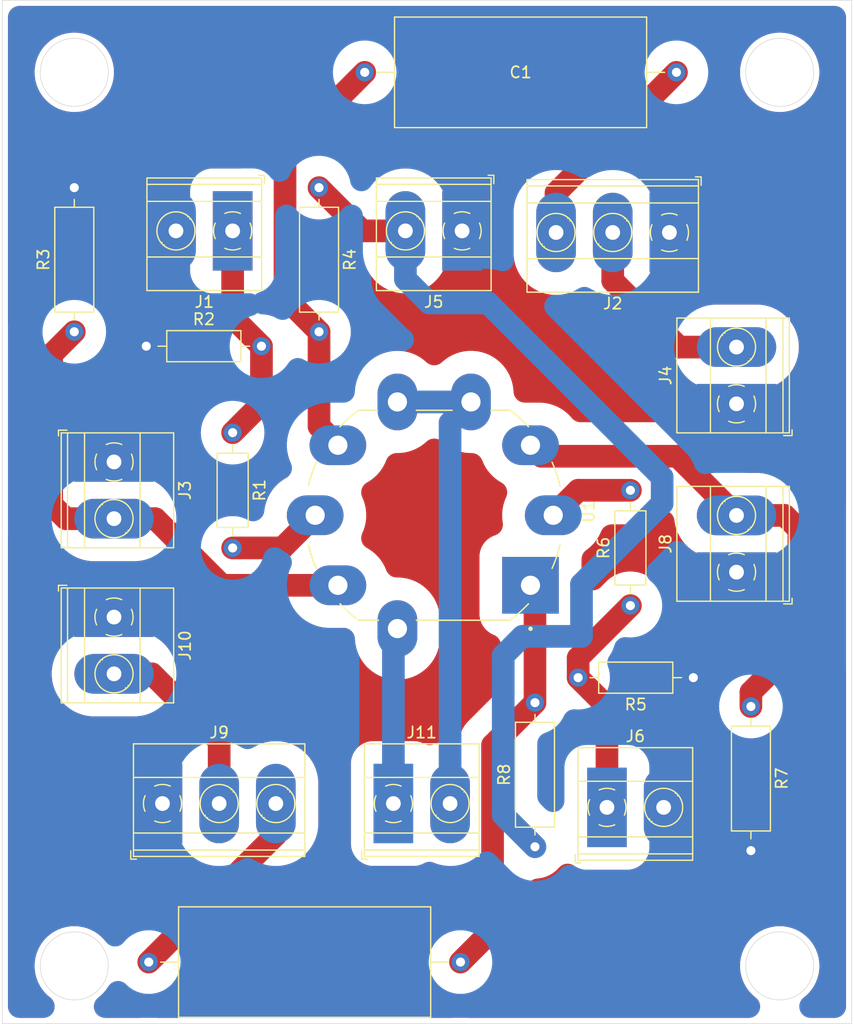
<source format=kicad_pcb>
(kicad_pcb (version 20240108) (generator "pcbnew") (generator_version "8.0")
  (layers (0 "F.Cu" signal) (31 "B.Cu" signal) (34 "B.Paste" user) (35 "F.Paste" user) (36 "B.SilkS" user "B.Silkscreen") (37 "F.SilkS" user "F.Silkscreen") (38 "B.Mask" user) (39 "F.Mask" user) (44 "Edge.Cuts" user))
  (net 0 "")
  (net 1 "Net-(J2-Pin_3)")
  (net 2 "Net-(J9-Pin_3)")
  (net 3 "Net-(U1B-A)")
  (net 4 "GND")
  (net 5 "Net-(J1-Pin_1)")
  (net 6 "Net-(J2-Pin_2)")
  (net 7 "Net-(J3-Pin_2)")
  (net 8 "Net-(J6-Pin_1)")
  (net 9 "Net-(J8-Pin_2)")
  (net 10 "Net-(J10-Pin_2)")
  (net 11 "Net-(J11-Pin_1)")
  (net 12 "Net-(J11-Pin_2)")
  (net 13 "Net-(U1A-G)")
  (net 14 "Net-(U1B-G)")
  (net 15 "Net-(U1A-A)")
  (net 16 "Net-(J5-Pin_2)")
  (footprint "OL Library:TerminalBlock_Phoenix_MKDS-1,5-2_1x02_P5.00mm_Horizontal Fat Pad" (layer "F.Cu") (at 94.945 96.263 -90)
    (property "Reference" "J10" (at 2.5 -6.26 -90) (layer "F.SilkS"))
    (property "Value" "Ch 2 Output")
    (fp_line (start -2.8 4.9) (end -2.3 4.9) (stroke (width 0.12)) (layer "F.SilkS"))
    (fp_line (start -2.56 4.66) (end 7.56 4.66) (stroke (width 0.12)) (layer "F.SilkS"))
    (fp_line (start -2.8 4.16) (end -2.8 4.9) (stroke (width 0.12)) (layer "F.SilkS"))
    (fp_line (start -2.56 4.1) (end 7.56 4.1) (stroke (width 0.12)) (layer "F.SilkS"))
    (fp_line (start -2.56 2.6) (end 7.56 2.6) (stroke (width 0.12)) (layer "F.SilkS"))
    (fp_line (start 3.966 1.239) (end 3.931 1.274) (stroke (width 0.12)) (layer "F.SilkS"))
    (fp_line (start 3.773 1.023) (end 3.726 1.069) (stroke (width 0.12)) (layer "F.SilkS"))
    (fp_line (start 6.275 -1.069) (end 6.228 -1.023) (stroke (width 0.12)) (layer "F.SilkS"))
    (fp_line (start 6.07 -1.275) (end 6.035 -1.239) (stroke (width 0.12)) (layer "F.SilkS"))
    (fp_line (start -2.56 -2.301) (end 7.56 -2.301) (stroke (width 0.12)) (layer "F.SilkS"))
    (fp_line (start -2.56 -5.261) (end -2.56 4.66) (stroke (width 0.12)) (layer "F.SilkS"))
    (fp_line (start -2.56 -5.261) (end 7.56 -5.261) (stroke (width 0.12)) (layer "F.SilkS"))
    (fp_line (start 7.56 -5.261) (end 7.56 4.66) (stroke (width 0.12)) (layer "F.SilkS"))
    (fp_arc (start 0.028805 1.680253) (mid -0.335551 1.646659) (end -0.684 1.535) (stroke (width 0.12)) (layer "F.SilkS"))
    (fp_arc (start 0.683318 1.534756) (mid 0.349292 1.643288) (end 0 1.68) (stroke (width 0.12)) (layer "F.SilkS"))
    (fp_arc (start -1.535427 0.683042) (mid -1.680501 -0.000524) (end -1.535 -0.684) (stroke (width 0.12)) (layer "F.SilkS"))
    (fp_arc (start 1.535427 -0.683042) (mid 1.680501 0.000524) (end 1.535 0.684) (stroke (width 0.12)) (layer "F.SilkS"))
    (fp_arc (start -0.683042 -1.535427) (mid 0.000524 -1.680501) (end 0.684 -1.535) (stroke (width 0.12)) (layer "F.SilkS"))
    (fp_circle (center 5 0) (end 6.68 0) (stroke (width 0.12)) (fill none) (layer "F.SilkS"))
    (pad "1" thru_hole rect (at 0 0 270) (size 3.5 7) (drill 1.3) (layers "*.Cu" "*.Mask") (net 4 "GND"))
    (pad "2" thru_hole oval (at 5 0 270) (size 3.5 7) (drill 1.3) (layers "*.Cu" "*.Mask") (net 10 "Net-(J10-Pin_2)"))
  )
  (footprint "OL Library:TerminalBlock_Phoenix_MKDS-1,5-3_1x03_P5.00mm_Horizontal Fat Pad" (layer "F.Cu") (at 143.94 62.3706 180)
    (property "Reference" "J2" (at 5 -6.26 180) (layer "F.SilkS"))
    (property "Value" "Ch 1 Volume")
    (fp_line (start 12.56 -5.261) (end 12.56 4.66) (stroke (width 0.12)) (layer "F.SilkS"))
    (fp_line (start 11.275 -1.069) (end 11.228 -1.023) (stroke (width 0.12)) (layer "F.SilkS"))
    (fp_line (start 11.07 -1.275) (end 11.035 -1.239) (stroke (width 0.12)) (layer "F.SilkS"))
    (fp_line (start 8.966 1.239) (end 8.931 1.274) (stroke (width 0.12)) (layer "F.SilkS"))
    (fp_line (start 8.773 1.023) (end 8.726 1.069) (stroke (width 0.12)) (layer "F.SilkS"))
    (fp_line (start 6.275 -1.069) (end 6.228 -1.023) (stroke (width 0.12)) (layer "F.SilkS"))
    (fp_line (start 6.07 -1.275) (end 6.035 -1.239) (stroke (width 0.12)) (layer "F.SilkS"))
    (fp_line (start 3.966 1.239) (end 3.931 1.274) (stroke (width 0.12)) (layer "F.SilkS"))
    (fp_line (start 3.773 1.023) (end 3.726 1.069) (stroke (width 0.12)) (layer "F.SilkS"))
    (fp_line (start -2.56 4.66) (end 12.56 4.66) (stroke (width 0.12)) (layer "F.SilkS"))
    (fp_line (start -2.56 4.1) (end 12.56 4.1) (stroke (width 0.12)) (layer "F.SilkS"))
    (fp_line (start -2.56 2.6) (end 12.56 2.6) (stroke (width 0.12)) (layer "F.SilkS"))
    (fp_line (start -2.56 -2.301) (end 12.56 -2.301) (stroke (width 0.12)) (layer "F.SilkS"))
    (fp_line (start -2.56 -5.261) (end 12.56 -5.261) (stroke (width 0.12)) (layer "F.SilkS"))
    (fp_line (start -2.56 -5.261) (end -2.56 4.66) (stroke (width 0.12)) (layer "F.SilkS"))
    (fp_line (start -2.8 4.9) (end -2.3 4.9) (stroke (width 0.12)) (layer "F.SilkS"))
    (fp_line (start -2.8 4.16) (end -2.8 4.9) (stroke (width 0.12)) (layer "F.SilkS"))
    (fp_arc (start 1.535427 -0.683042) (mid 1.680501 0.000524) (end 1.535 0.684) (stroke (width 0.12)) (layer "F.SilkS"))
    (fp_arc (start 0.683318 1.534756) (mid 0.349292 1.643288) (end 0 1.68) (stroke (width 0.12)) (layer "F.SilkS"))
    (fp_arc (start 0.028805 1.680253) (mid -0.335551 1.646659) (end -0.684 1.535) (stroke (width 0.12)) (layer "F.SilkS"))
    (fp_arc (start -0.683042 -1.535427) (mid 0.000524 -1.680501) (end 0.684 -1.535) (stroke (width 0.12)) (layer "F.SilkS"))
    (fp_arc (start -1.535427 0.683042) (mid -1.680501 -0.000524) (end -1.535 -0.684) (stroke (width 0.12)) (layer "F.SilkS"))
    (fp_circle (center 10 0) (end 11.68 0) (stroke (width 0.12)) (fill none) (layer "F.SilkS"))
    (fp_circle (center 5 0) (end 6.68 0) (stroke (width 0.12)) (fill none) (layer "F.SilkS"))
    (pad "1" thru_hole rect (at 0 0 180) (size 3.5 7) (drill 1.3) (layers "*.Cu" "*.Mask") (net 4 "GND"))
    (pad "2" thru_hole oval (at 5 0 180) (size 3.5 7) (drill 1.3) (layers "*.Cu" "*.Mask") (net 6 "Net-(J2-Pin_2)"))
    (pad "3" thru_hole oval (at 10 0 180) (size 3.5 7) (drill 1.3) (layers "*.Cu" "*.Mask") (net 1 "Net-(J2-Pin_3)"))
  )
  (footprint "Capacitor_THT:C_Axial_L22.0mm_D9.5mm_P27.50mm_Horizontal" (layer "F.Cu") (at 125.51 126.663 180)
    (property "Reference" "C2" (hide yes))
    (property "Value" ".47uF")
    (fp_line (start 26.46 0) (end 24.87 0) (stroke (width 0.12)) (layer "F.SilkS"))
    (fp_line (start 24.87 4.87) (end 24.87 -4.87) (stroke (width 0.12)) (layer "F.SilkS"))
    (fp_line (start 24.87 -4.87) (end 2.63 -4.87) (stroke (width 0.12)) (layer "F.SilkS"))
    (fp_line (start 2.63 4.87) (end 24.87 4.87) (stroke (width 0.12)) (layer "F.SilkS"))
    (fp_line (start 2.63 -4.87) (end 2.63 4.87) (stroke (width 0.12)) (layer "F.SilkS"))
    (fp_line (start 1.04 0) (end 2.63 0) (stroke (width 0.12)) (layer "F.SilkS"))
    (pad "1" thru_hole circle (at 0 0 180) (size 1.6 1.6) (drill 0.8) (layers "*.Cu" "*.Mask") (net 3 "Net-(U1B-A)"))
    (pad "2" thru_hole oval (at 27.5 0 180) (size 1.6 1.6) (drill 0.8) (layers "*.Cu" "*.Mask") (net 2 "Net-(J9-Pin_3)"))
  )
  (footprint "Resistor_THT:R_Axial_DIN0207_L6.3mm_D2.5mm_P10.16mm_Horizontal" (layer "F.Cu") (at 146.05 101.6 180)
    (property "Reference" "R5" (at 5.08 -2.37 180) (layer "F.SilkS"))
    (property "Value" "500K")
    (fp_line (start 9.12 0) (end 8.35 0) (stroke (width 0.12)) (layer "F.SilkS"))
    (fp_line (start 8.35 1.37) (end 8.35 -1.37) (stroke (width 0.12)) (layer "F.SilkS"))
    (fp_line (start 8.35 -1.37) (end 1.81 -1.37) (stroke (width 0.12)) (layer "F.SilkS"))
    (fp_line (start 1.81 1.37) (end 8.35 1.37) (stroke (width 0.12)) (layer "F.SilkS"))
    (fp_line (start 1.81 -1.37) (end 1.81 1.37) (stroke (width 0.12)) (layer "F.SilkS"))
    (fp_line (start 1.04 0) (end 1.81 0) (stroke (width 0.12)) (layer "F.SilkS"))
    (pad "1" thru_hole circle (at 0 0 180) (size 1.6 1.6) (drill 0.8) (layers "*.Cu" "*.Mask") (net 4 "GND"))
    (pad "2" thru_hole oval (at 10.16 0 180) (size 1.6 1.6) (drill 0.8) (layers "*.Cu" "*.Mask") (net 8 "Net-(J6-Pin_1)"))
  )
  (footprint "OL Library:TerminalBlock_Phoenix_MKDS-1,5-2_1x02_P5.00mm_Horizontal Fat Pad" (layer "F.Cu") (at 149.86 92.3036 90)
    (property "Reference" "J8" (at 2.5 -6.26 90) (layer "F.SilkS"))
    (property "Value" "Ch 2 Bypass Cap")
    (fp_line (start 7.56 -5.261) (end 7.56 4.66) (stroke (width 0.12)) (layer "F.SilkS"))
    (fp_line (start -2.56 -5.261) (end 7.56 -5.261) (stroke (width 0.12)) (layer "F.SilkS"))
    (fp_line (start -2.56 -5.261) (end -2.56 4.66) (stroke (width 0.12)) (layer "F.SilkS"))
    (fp_line (start -2.56 -2.301) (end 7.56 -2.301) (stroke (width 0.12)) (layer "F.SilkS"))
    (fp_line (start 6.07 -1.275) (end 6.035 -1.239) (stroke (width 0.12)) (layer "F.SilkS"))
    (fp_line (start 6.275 -1.069) (end 6.228 -1.023) (stroke (width 0.12)) (layer "F.SilkS"))
    (fp_line (start 3.773 1.023) (end 3.726 1.069) (stroke (width 0.12)) (layer "F.SilkS"))
    (fp_line (start 3.966 1.239) (end 3.931 1.274) (stroke (width 0.12)) (layer "F.SilkS"))
    (fp_line (start -2.56 2.6) (end 7.56 2.6) (stroke (width 0.12)) (layer "F.SilkS"))
    (fp_line (start -2.56 4.1) (end 7.56 4.1) (stroke (width 0.12)) (layer "F.SilkS"))
    (fp_line (start -2.8 4.16) (end -2.8 4.9) (stroke (width 0.12)) (layer "F.SilkS"))
    (fp_line (start -2.56 4.66) (end 7.56 4.66) (stroke (width 0.12)) (layer "F.SilkS"))
    (fp_line (start -2.8 4.9) (end -2.3 4.9) (stroke (width 0.12)) (layer "F.SilkS"))
    (fp_arc (start -0.683042 -1.535427) (mid 0.000524 -1.680501) (end 0.684 -1.535) (stroke (width 0.12)) (layer "F.SilkS"))
    (fp_arc (start 1.535427 -0.683042) (mid 1.680501 0.000524) (end 1.535 0.684) (stroke (width 0.12)) (layer "F.SilkS"))
    (fp_arc (start -1.535427 0.683042) (mid -1.680501 -0.000524) (end -1.535 -0.684) (stroke (width 0.12)) (layer "F.SilkS"))
    (fp_arc (start 0.683318 1.534756) (mid 0.349292 1.643288) (end 0 1.68) (stroke (width 0.12)) (layer "F.SilkS"))
    (fp_arc (start 0.028805 1.680253) (mid -0.335551 1.646659) (end -0.684 1.535) (stroke (width 0.12)) (layer "F.SilkS"))
    (fp_circle (center 5 0) (end 6.68 0) (stroke (width 0.12)) (fill none) (layer "F.SilkS"))
    (pad "1" thru_hole rect (at 0 0 90) (size 3.5 7) (drill 1.3) (layers "*.Cu" "*.Mask") (net 4 "GND"))
    (pad "2" thru_hole oval (at 5 0 90) (size 3.5 7) (drill 1.3) (layers "*.Cu" "*.Mask") (net 9 "Net-(J8-Pin_2)"))
  )
  (footprint "OL Library:TerminalBlock_Phoenix_MKDS-1,5-2_1x02_P5.00mm_Horizontal Fat Pad" (layer "F.Cu") (at 138.43 113.03)
    (property "Reference" "J6" (at 2.5 -6.26 0) (layer "F.SilkS"))
    (property "Value" "Ch 2 Input")
    (fp_line (start -2.8 4.16) (end -2.8 4.9) (stroke (width 0.12)) (layer "F.SilkS"))
    (fp_line (start -2.8 4.9) (end -2.3 4.9) (stroke (width 0.12)) (layer "F.SilkS"))
    (fp_line (start -2.56 -5.261) (end -2.56 4.66) (stroke (width 0.12)) (layer "F.SilkS"))
    (fp_line (start -2.56 -5.261) (end 7.56 -5.261) (stroke (width 0.12)) (layer "F.SilkS"))
    (fp_line (start -2.56 -2.301) (end 7.56 -2.301) (stroke (width 0.12)) (layer "F.SilkS"))
    (fp_line (start -2.56 2.6) (end 7.56 2.6) (stroke (width 0.12)) (layer "F.SilkS"))
    (fp_line (start -2.56 4.1) (end 7.56 4.1) (stroke (width 0.12)) (layer "F.SilkS"))
    (fp_line (start -2.56 4.66) (end 7.56 4.66) (stroke (width 0.12)) (layer "F.SilkS"))
    (fp_line (start 3.773 1.023) (end 3.726 1.069) (stroke (width 0.12)) (layer "F.SilkS"))
    (fp_line (start 3.966 1.239) (end 3.931 1.274) (stroke (width 0.12)) (layer "F.SilkS"))
    (fp_line (start 6.07 -1.275) (end 6.035 -1.239) (stroke (width 0.12)) (layer "F.SilkS"))
    (fp_line (start 6.275 -1.069) (end 6.228 -1.023) (stroke (width 0.12)) (layer "F.SilkS"))
    (fp_line (start 7.56 -5.261) (end 7.56 4.66) (stroke (width 0.12)) (layer "F.SilkS"))
    (fp_arc (start -1.535427 0.683042) (mid -1.680501 -0.000524) (end -1.535 -0.684) (stroke (width 0.12)) (layer "F.SilkS"))
    (fp_arc (start -0.683042 -1.535427) (mid 0.000524 -1.680501) (end 0.684 -1.535) (stroke (width 0.12)) (layer "F.SilkS"))
    (fp_arc (start 0.028805 1.680253) (mid -0.335551 1.646659) (end -0.684 1.535) (stroke (width 0.12)) (layer "F.SilkS"))
    (fp_arc (start 0.683318 1.534756) (mid 0.349292 1.643288) (end 0 1.68) (stroke (width 0.12)) (layer "F.SilkS"))
    (fp_arc (start 1.535427 -0.683042) (mid 1.680501 0.000524) (end 1.535 0.684) (stroke (width 0.12)) (layer "F.SilkS"))
    (fp_circle (center 5 0) (end 6.68 0) (stroke (width 0.12)) (fill none) (layer "F.SilkS"))
    (pad "1" thru_hole rect (at 0 0) (size 3.5 7) (drill 1.3) (layers "*.Cu" "*.Mask") (net 8 "Net-(J6-Pin_1)"))
    (pad "2" thru_hole oval (at 5 0) (size 3.5 7) (drill 1.3) (layers "*.Cu" "*.Mask") (net 4 "GND"))
  )
  (footprint "Resistor_THT:R_Axial_DIN0309_L9.0mm_D3.2mm_P12.70mm_Horizontal" (layer "F.Cu") (at 132.08 116.503 90)
    (property "Reference" "R8" (at 6.35 -2.72 -90) (layer "F.SilkS"))
    (property "Value" "100K")
    (fp_line (start 10.97 -1.72) (end 1.73 -1.72) (stroke (width 0.12)) (layer "F.SilkS"))
    (fp_line (start 1.73 -1.72) (end 1.73 1.72) (stroke (width 0.12)) (layer "F.SilkS"))
    (fp_line (start 11.66 0) (end 10.97 0) (stroke (width 0.12)) (layer "F.SilkS"))
    (fp_line (start 1.04 0) (end 1.73 0) (stroke (width 0.12)) (layer "F.SilkS"))
    (fp_line (start 10.97 1.72) (end 10.97 -1.72) (stroke (width 0.12)) (layer "F.SilkS"))
    (fp_line (start 1.73 1.72) (end 10.97 1.72) (stroke (width 0.12)) (layer "F.SilkS"))
    (pad "1" thru_hole circle (at 0 0 90) (size 1.6 1.6) (drill 0.8) (layers "*.Cu" "*.Mask") (net 16 "Net-(J5-Pin_2)"))
    (pad "2" thru_hole oval (at 12.7 0 90) (size 1.6 1.6) (drill 0.8) (layers "*.Cu" "*.Mask") (net 3 "Net-(U1B-A)"))
  )
  (footprint "Capacitor_THT:C_Axial_L22.0mm_D9.5mm_P27.50mm_Horizontal" (layer "F.Cu") (at 117.06 48.26)
    (property "Reference" "C1" (at 13.75 0 0) (layer "F.SilkS"))
    (property "Value" ".47uF")
    (fp_line (start 1.04 0) (end 2.63 0) (stroke (width 0.12)) (layer "F.SilkS"))
    (fp_line (start 2.63 -4.87) (end 2.63 4.87) (stroke (width 0.12)) (layer "F.SilkS"))
    (fp_line (start 2.63 4.87) (end 24.87 4.87) (stroke (width 0.12)) (layer "F.SilkS"))
    (fp_line (start 24.87 -4.87) (end 2.63 -4.87) (stroke (width 0.12)) (layer "F.SilkS"))
    (fp_line (start 24.87 4.87) (end 24.87 -4.87) (stroke (width 0.12)) (layer "F.SilkS"))
    (fp_line (start 26.46 0) (end 24.87 0) (stroke (width 0.12)) (layer "F.SilkS"))
    (pad "1" thru_hole circle (at 0 0) (size 1.6 1.6) (drill 0.8) (layers "*.Cu" "*.Mask") (net 15 "Net-(U1A-A)"))
    (pad "2" thru_hole oval (at 27.5 0) (size 1.6 1.6) (drill 0.8) (layers "*.Cu" "*.Mask") (net 1 "Net-(J2-Pin_3)"))
  )
  (footprint "Resistor_THT:R_Axial_DIN0207_L6.3mm_D2.5mm_P10.16mm_Horizontal" (layer "F.Cu") (at 105.41 80.01 -90)
    (property "Reference" "R1" (at 5.08 -2.37 90) (layer "F.SilkS"))
    (property "Value" "10K")
    (fp_line (start 1.81 1.37) (end 8.35 1.37) (stroke (width 0.12)) (layer "F.SilkS"))
    (fp_line (start 8.35 1.37) (end 8.35 -1.37) (stroke (width 0.12)) (layer "F.SilkS"))
    (fp_line (start 1.04 0) (end 1.81 0) (stroke (width 0.12)) (layer "F.SilkS"))
    (fp_line (start 9.12 0) (end 8.35 0) (stroke (width 0.12)) (layer "F.SilkS"))
    (fp_line (start 1.81 -1.37) (end 1.81 1.37) (stroke (width 0.12)) (layer "F.SilkS"))
    (fp_line (start 8.35 -1.37) (end 1.81 -1.37) (stroke (width 0.12)) (layer "F.SilkS"))
    (pad "1" thru_hole circle (at 0 0 270) (size 1.6 1.6) (drill 0.8) (layers "*.Cu" "*.Mask") (net 5 "Net-(J1-Pin_1)"))
    (pad "2" thru_hole oval (at 10.16 0 270) (size 1.6 1.6) (drill 0.8) (layers "*.Cu" "*.Mask") (net 13 "Net-(U1A-G)"))
  )
  (footprint "Resistor_THT:R_Axial_DIN0309_L9.0mm_D3.2mm_P12.70mm_Horizontal" (layer "F.Cu") (at 113.03 58.42 -90)
    (property "Reference" "R4" (at 6.35 -2.72 90) (layer "F.SilkS"))
    (property "Value" "100K")
    (fp_line (start 1.73 1.72) (end 10.97 1.72) (stroke (width 0.12)) (layer "F.SilkS"))
    (fp_line (start 10.97 1.72) (end 10.97 -1.72) (stroke (width 0.12)) (layer "F.SilkS"))
    (fp_line (start 1.04 0) (end 1.73 0) (stroke (width 0.12)) (layer "F.SilkS"))
    (fp_line (start 11.66 0) (end 10.97 0) (stroke (width 0.12)) (layer "F.SilkS"))
    (fp_line (start 1.73 -1.72) (end 1.73 1.72) (stroke (width 0.12)) (layer "F.SilkS"))
    (fp_line (start 10.97 -1.72) (end 1.73 -1.72) (stroke (width 0.12)) (layer "F.SilkS"))
    (pad "1" thru_hole circle (at 0 0 270) (size 1.6 1.6) (drill 0.8) (layers "*.Cu" "*.Mask") (net 16 "Net-(J5-Pin_2)"))
    (pad "2" thru_hole oval (at 12.7 0 270) (size 1.6 1.6) (drill 0.8) (layers "*.Cu" "*.Mask") (net 15 "Net-(U1A-A)"))
  )
  (footprint "OL Library:TerminalBlock_Phoenix_MKDS-1,5-2_1x02_P5.00mm_Horizontal Fat Pad" (layer "F.Cu") (at 105.41 62.23 180)
    (property "Reference" "J1" (at 2.5 -6.26 180) (layer "F.SilkS"))
    (property "Value" "Ch 1 Input")
    (fp_line (start 7.56 -5.261) (end 7.56 4.66) (stroke (width 0.12)) (layer "F.SilkS"))
    (fp_line (start 6.275 -1.069) (end 6.228 -1.023) (stroke (width 0.12)) (layer "F.SilkS"))
    (fp_line (start 6.07 -1.275) (end 6.035 -1.239) (stroke (width 0.12)) (layer "F.SilkS"))
    (fp_line (start 3.966 1.239) (end 3.931 1.274) (stroke (width 0.12)) (layer "F.SilkS"))
    (fp_line (start 3.773 1.023) (end 3.726 1.069) (stroke (width 0.12)) (layer "F.SilkS"))
    (fp_line (start -2.56 4.66) (end 7.56 4.66) (stroke (width 0.12)) (layer "F.SilkS"))
    (fp_line (start -2.56 4.1) (end 7.56 4.1) (stroke (width 0.12)) (layer "F.SilkS"))
    (fp_line (start -2.56 2.6) (end 7.56 2.6) (stroke (width 0.12)) (layer "F.SilkS"))
    (fp_line (start -2.56 -2.301) (end 7.56 -2.301) (stroke (width 0.12)) (layer "F.SilkS"))
    (fp_line (start -2.56 -5.261) (end 7.56 -5.261) (stroke (width 0.12)) (layer "F.SilkS"))
    (fp_line (start -2.56 -5.261) (end -2.56 4.66) (stroke (width 0.12)) (layer "F.SilkS"))
    (fp_line (start -2.8 4.9) (end -2.3 4.9) (stroke (width 0.12)) (layer "F.SilkS"))
    (fp_line (start -2.8 4.16) (end -2.8 4.9) (stroke (width 0.12)) (layer "F.SilkS"))
    (fp_arc (start 1.535427 -0.683042) (mid 1.680501 0.000524) (end 1.535 0.684) (stroke (width 0.12)) (layer "F.SilkS"))
    (fp_arc (start 0.683318 1.534756) (mid 0.349292 1.643288) (end 0 1.68) (stroke (width 0.12)) (layer "F.SilkS"))
    (fp_arc (start 0.028805 1.680253) (mid -0.335551 1.646659) (end -0.684 1.535) (stroke (width 0.12)) (layer "F.SilkS"))
    (fp_arc (start -0.683042 -1.535427) (mid 0.000524 -1.680501) (end 0.684 -1.535) (stroke (width 0.12)) (layer "F.SilkS"))
    (fp_arc (start -1.535427 0.683042) (mid -1.680501 -0.000524) (end -1.535 -0.684) (stroke (width 0.12)) (layer "F.SilkS"))
    (fp_circle (center 5 0) (end 6.68 0) (stroke (width 0.12)) (fill none) (layer "F.SilkS"))
    (pad "1" thru_hole rect (at 0 0 180) (size 3.5 7) (drill 1.3) (layers "*.Cu" "*.Mask") (net 5 "Net-(J1-Pin_1)"))
    (pad "2" thru_hole oval (at 5 0 180) (size 3.5 7) (drill 1.3) (layers "*.Cu" "*.Mask") (net 4 "GND"))
  )
  (footprint "OL Library:TerminalBlock_Phoenix_MKDS-1,5-2_1x02_P5.00mm_Horizontal Fat Pad" (layer "F.Cu") (at 149.86 77.47 90)
    (property "Reference" "J4" (at 2.5 -6.26 90) (layer "F.SilkS"))
    (property "Value" "Ch 1 Output")
    (fp_line (start 7.56 -5.261) (end 7.56 4.66) (stroke (width 0.12)) (layer "F.SilkS"))
    (fp_line (start -2.56 -5.261) (end 7.56 -5.261) (stroke (width 0.12)) (layer "F.SilkS"))
    (fp_line (start -2.56 -5.261) (end -2.56 4.66) (stroke (width 0.12)) (layer "F.SilkS"))
    (fp_line (start -2.56 -2.301) (end 7.56 -2.301) (stroke (width 0.12)) (layer "F.SilkS"))
    (fp_line (start 6.07 -1.275) (end 6.035 -1.239) (stroke (width 0.12)) (layer "F.SilkS"))
    (fp_line (start 6.275 -1.069) (end 6.228 -1.023) (stroke (width 0.12)) (layer "F.SilkS"))
    (fp_line (start 3.773 1.023) (end 3.726 1.069) (stroke (width 0.12)) (layer "F.SilkS"))
    (fp_line (start 3.966 1.239) (end 3.931 1.274) (stroke (width 0.12)) (layer "F.SilkS"))
    (fp_line (start -2.56 2.6) (end 7.56 2.6) (stroke (width 0.12)) (layer "F.SilkS"))
    (fp_line (start -2.56 4.1) (end 7.56 4.1) (stroke (width 0.12)) (layer "F.SilkS"))
    (fp_line (start -2.8 4.16) (end -2.8 4.9) (stroke (width 0.12)) (layer "F.SilkS"))
    (fp_line (start -2.56 4.66) (end 7.56 4.66) (stroke (width 0.12)) (layer "F.SilkS"))
    (fp_line (start -2.8 4.9) (end -2.3 4.9) (stroke (width 0.12)) (layer "F.SilkS"))
    (fp_arc (start -0.683042 -1.535427) (mid 0.000524 -1.680501) (end 0.684 -1.535) (stroke (width 0.12)) (layer "F.SilkS"))
    (fp_arc (start 1.535427 -0.683042) (mid 1.680501 0.000524) (end 1.535 0.684) (stroke (width 0.12)) (layer "F.SilkS"))
    (fp_arc (start -1.535427 0.683042) (mid -1.680501 -0.000524) (end -1.535 -0.684) (stroke (width 0.12)) (layer "F.SilkS"))
    (fp_arc (start 0.683318 1.534756) (mid 0.349292 1.643288) (end 0 1.68) (stroke (width 0.12)) (layer "F.SilkS"))
    (fp_arc (start 0.028805 1.680253) (mid -0.335551 1.646659) (end -0.684 1.535) (stroke (width 0.12)) (layer "F.SilkS"))
    (fp_circle (center 5 0) (end 6.68 0) (stroke (width 0.12)) (fill none) (layer "F.SilkS"))
    (pad "1" thru_hole rect (at 0 0 90) (size 3.5 7) (drill 1.3) (layers "*.Cu" "*.Mask") (net 4 "GND"))
    (pad "2" thru_hole oval (at 5 0 90) (size 3.5 7) (drill 1.3) (layers "*.Cu" "*.Mask") (net 6 "Net-(J2-Pin_2)"))
  )
  (footprint "OL Library:BELTON_VT9-PT Fat Pad" (layer "F.Cu") (at 123.19 87.29 -90)
    (property "Reference" "U1" (at -0.325 -13.635 90) (layer "F.SilkS"))
    (property "Value" "ECC83")
    (fp_line (start -9.25 6.665) (end -9.25 5) (stroke (width 0.127)) (layer "F.SilkS"))
    (fp_line (start 9.25 6.665) (end 9.25 4.9146) (stroke (width 0.127)) (layer "F.SilkS"))
    (fp_line (start 9.25 1.5746) (end 9.25 -6.665) (stroke (width 0.127)) (layer "F.SilkS"))
    (fp_line (start -9.25 -1.58) (end -9.25 1.58) (stroke (width 0.127)) (layer "F.SilkS"))
    (fp_line (start -9.25 -6.665) (end -9.25 -5) (stroke (width 0.127)) (layer "F.SilkS"))
    (fp_arc (start -2.6 11.0967) (mid -3.655917 10.796812) (end -4.67823 10.3971) (stroke (width 0.127)) (layer "F.SilkS"))
    (fp_arc (start 4.67823 10.3971) (mid 3.655916 10.79681) (end 2.6 11.0967) (stroke (width 0.127)) (layer "F.SilkS"))
    (fp_arc (start -7.8 8.31) (mid -8.564506 7.522323) (end -9.25 6.665) (stroke (width 0.127)) (layer "F.SilkS"))
    (fp_arc (start 9.25 6.665) (mid 8.564507 7.522324) (end 7.8 8.31) (stroke (width 0.127)) (layer "F.SilkS"))
    (fp_arc (start -9.25 -6.665) (mid -8.564508 -7.522324) (end -7.8 -8.31) (stroke (width 0.127)) (layer "F.SilkS"))
    (fp_arc (start 7.8 -8.31) (mid 8.564508 -7.522324) (end 9.25 -6.665) (stroke (width 0.127)) (layer "F.SilkS"))
    (fp_arc (start -4.67823 -10.3971) (mid -3.655917 -10.796812) (end -2.6 -11.0967) (stroke (width 0.127)) (layer "F.SilkS"))
    (fp_arc (start 2.6 -11.0967) (mid 3.655918 -10.796814) (end 4.67823 -10.3971) (stroke (width 0.127)) (layer "F.SilkS"))
    (fp_circle (center 10 -8.5) (end 10.1 -8.5) (stroke (width 0.2)) (fill none) (layer "F.SilkS"))
    (pad "1" thru_hole rect (at 6.1717 -8.4946 270) (size 5 5) (drill 1.69) (layers "*.Cu" "*.Mask") (net 3 "Net-(U1B-A)"))
    (pad "2" thru_hole oval (at 0 -10.5 270) (size 3.5 5) (drill 1.69) (layers "*.Cu" "*.Mask") (net 14 "Net-(U1B-G)"))
    (pad "3" thru_hole oval (at -6.1717 -8.4946 270) (size 3.5 5) (drill 1.69) (layers "*.Cu" "*.Mask") (net 9 "Net-(J8-Pin_2)"))
    (pad "4" thru_hole oval (at -9.986 -3.2446 270) (size 5 3.5) (drill 1.69) (layers "*.Cu" "*.Mask") (net 12 "Net-(J11-Pin_2)"))
    (pad "5" thru_hole oval (at -9.986 3.2446 270) (size 5 3.5) (drill 1.69) (layers "*.Cu" "*.Mask") (net 12 "Net-(J11-Pin_2)"))
    (pad "6" thru_hole oval (at -6.1717 8.4946 270) (size 3.5 5) (drill 1.69) (layers "*.Cu" "*.Mask") (net 15 "Net-(U1A-A)"))
    (pad "7" thru_hole oval (at 0 10.5 270) (size 3.5 5) (drill 1.69) (layers "*.Cu" "*.Mask") (net 13 "Net-(U1A-G)"))
    (pad "8" thru_hole oval (at 6.1717 8.4946 270) (size 3.5 5) (drill 1.69) (layers "*.Cu" "*.Mask") (net 7 "Net-(J3-Pin_2)"))
    (pad "9" thru_hole oval (at 9.986 3.2446 270) (size 5 3.5) (drill 1.69) (layers "*.Cu" "*.Mask") (net 11 "Net-(J11-Pin_1)"))
  )
  (footprint "Resistor_THT:R_Axial_DIN0309_L9.0mm_D3.2mm_P12.70mm_Horizontal" (layer "F.Cu") (at 91.44 71.12 90)
    (property "Reference" "R3" (at 6.35 -2.72 -90) (layer "F.SilkS"))
    (property "Value" "1K2")
    (fp_line (start 10.97 -1.72) (end 1.73 -1.72) (stroke (width 0.12)) (layer "F.SilkS"))
    (fp_line (start 1.73 -1.72) (end 1.73 1.72) (stroke (width 0.12)) (layer "F.SilkS"))
    (fp_line (start 11.66 0) (end 10.97 0) (stroke (width 0.12)) (layer "F.SilkS"))
    (fp_line (start 1.04 0) (end 1.73 0) (stroke (width 0.12)) (layer "F.SilkS"))
    (fp_line (start 10.97 1.72) (end 10.97 -1.72) (stroke (width 0.12)) (layer "F.SilkS"))
    (fp_line (start 1.73 1.72) (end 10.97 1.72) (stroke (width 0.12)) (layer "F.SilkS"))
    (pad "1" thru_hole circle (at 0 0 90) (size 1.6 1.6) (drill 0.8) (layers "*.Cu" "*.Mask") (net 7 "Net-(J3-Pin_2)"))
    (pad "2" thru_hole oval (at 12.7 0 90) (size 1.6 1.6) (drill 0.8) (layers "*.Cu" "*.Mask") (net 4 "GND"))
  )
  (footprint "OL Library:TerminalBlock_Phoenix_MKDS-1,5-2_1x02_P5.00mm_Horizontal Fat Pad" (layer "F.Cu") (at 119.59 112.693)
    (property "Reference" "J11" (at 2.5 -6.26 0) (layer "F.SilkS"))
    (property "Value" "Power 6.6V Heater")
    (fp_line (start -2.8 4.16) (end -2.8 4.9) (stroke (width 0.12)) (layer "F.SilkS"))
    (fp_line (start -2.8 4.9) (end -2.3 4.9) (stroke (width 0.12)) (layer "F.SilkS"))
    (fp_line (start -2.56 -5.261) (end -2.56 4.66) (stroke (width 0.12)) (layer "F.SilkS"))
    (fp_line (start -2.56 -5.261) (end 7.56 -5.261) (stroke (width 0.12)) (layer "F.SilkS"))
    (fp_line (start -2.56 -2.301) (end 7.56 -2.301) (stroke (width 0.12)) (layer "F.SilkS"))
    (fp_line (start -2.56 2.6) (end 7.56 2.6) (stroke (width 0.12)) (layer "F.SilkS"))
    (fp_line (start -2.56 4.1) (end 7.56 4.1) (stroke (width 0.12)) (layer "F.SilkS"))
    (fp_line (start -2.56 4.66) (end 7.56 4.66) (stroke (width 0.12)) (layer "F.SilkS"))
    (fp_line (start 3.773 1.023) (end 3.726 1.069) (stroke (width 0.12)) (layer "F.SilkS"))
    (fp_line (start 3.966 1.239) (end 3.931 1.274) (stroke (width 0.12)) (layer "F.SilkS"))
    (fp_line (start 6.07 -1.275) (end 6.035 -1.239) (stroke (width 0.12)) (layer "F.SilkS"))
    (fp_line (start 6.275 -1.069) (end 6.228 -1.023) (stroke (width 0.12)) (layer "F.SilkS"))
    (fp_line (start 7.56 -5.261) (end 7.56 4.66) (stroke (width 0.12)) (layer "F.SilkS"))
    (fp_arc (start -1.535427 0.683042) (mid -1.680501 -0.000524) (end -1.535 -0.684) (stroke (width 0.12)) (layer "F.SilkS"))
    (fp_arc (start -0.683042 -1.535427) (mid 0.000524 -1.680501) (end 0.684 -1.535) (stroke (width 0.12)) (layer "F.SilkS"))
    (fp_arc (start 0.028805 1.680253) (mid -0.335551 1.646659) (end -0.684 1.535) (stroke (width 0.12)) (layer "F.SilkS"))
    (fp_arc (start 0.683318 1.534756) (mid 0.349292 1.643288) (end 0 1.68) (stroke (width 0.12)) (layer "F.SilkS"))
    (fp_arc (start 1.535427 -0.683042) (mid 1.680501 0.000524) (end 1.535 0.684) (stroke (width 0.12)) (layer "F.SilkS"))
    (fp_circle (center 5 0) (end 6.68 0) (stroke (width 0.12)) (fill none) (layer "F.SilkS"))
    (pad "1" thru_hole rect (at 0 0) (size 3.5 7) (drill 1.3) (layers "*.Cu" "*.Mask") (net 11 "Net-(J11-Pin_1)"))
    (pad "2" thru_hole oval (at 5 0) (size 3.5 7) (drill 1.3) (layers "*.Cu" "*.Mask") (net 12 "Net-(J11-Pin_2)"))
  )
  (footprint "Resistor_THT:R_Axial_DIN0309_L9.0mm_D3.2mm_P12.70mm_Horizontal" (layer "F.Cu") (at 151.13 104.14 -90)
    (property "Reference" "R7" (at 6.35 -2.72 90) (layer "F.SilkS"))
    (property "Value" "1K2")
    (fp_line (start 1.73 1.72) (end 10.97 1.72) (stroke (width 0.12)) (layer "F.SilkS"))
    (fp_line (start 10.97 1.72) (end 10.97 -1.72) (stroke (width 0.12)) (layer "F.SilkS"))
    (fp_line (start 1.04 0) (end 1.73 0) (stroke (width 0.12)) (layer "F.SilkS"))
    (fp_line (start 11.66 0) (end 10.97 0) (stroke (width 0.12)) (layer "F.SilkS"))
    (fp_line (start 1.73 -1.72) (end 1.73 1.72) (stroke (width 0.12)) (layer "F.SilkS"))
    (fp_line (start 10.97 -1.72) (end 1.73 -1.72) (stroke (width 0.12)) (layer "F.SilkS"))
    (pad "1" thru_hole circle (at 0 0 270) (size 1.6 1.6) (drill 0.8) (layers "*.Cu" "*.Mask") (net 9 "Net-(J8-Pin_2)"))
    (pad "2" thru_hole oval (at 12.7 0 270) (size 1.6 1.6) (drill 0.8) (layers "*.Cu" "*.Mask") (net 4 "GND"))
  )
  (footprint "OL Library:TerminalBlock_Phoenix_MKDS-1,5-2_1x02_P5.00mm_Horizontal Fat Pad" (layer "F.Cu") (at 94.945 82.59 -90)
    (property "Reference" "J3" (at 2.5 -6.26 -90) (layer "F.SilkS"))
    (property "Value" "Ch 1 Bypass Cap")
    (fp_line (start -2.8 4.9) (end -2.3 4.9) (stroke (width 0.12)) (layer "F.SilkS"))
    (fp_line (start -2.56 4.66) (end 7.56 4.66) (stroke (width 0.12)) (layer "F.SilkS"))
    (fp_line (start -2.8 4.16) (end -2.8 4.9) (stroke (width 0.12)) (layer "F.SilkS"))
    (fp_line (start -2.56 4.1) (end 7.56 4.1) (stroke (width 0.12)) (layer "F.SilkS"))
    (fp_line (start -2.56 2.6) (end 7.56 2.6) (stroke (width 0.12)) (layer "F.SilkS"))
    (fp_line (start 3.966 1.239) (end 3.931 1.274) (stroke (width 0.12)) (layer "F.SilkS"))
    (fp_line (start 3.773 1.023) (end 3.726 1.069) (stroke (width 0.12)) (layer "F.SilkS"))
    (fp_line (start 6.275 -1.069) (end 6.228 -1.023) (stroke (width 0.12)) (layer "F.SilkS"))
    (fp_line (start 6.07 -1.275) (end 6.035 -1.239) (stroke (width 0.12)) (layer "F.SilkS"))
    (fp_line (start -2.56 -2.301) (end 7.56 -2.301) (stroke (width 0.12)) (layer "F.SilkS"))
    (fp_line (start -2.56 -5.261) (end -2.56 4.66) (stroke (width 0.12)) (layer "F.SilkS"))
    (fp_line (start -2.56 -5.261) (end 7.56 -5.261) (stroke (width 0.12)) (layer "F.SilkS"))
    (fp_line (start 7.56 -5.261) (end 7.56 4.66) (stroke (width 0.12)) (layer "F.SilkS"))
    (fp_arc (start 0.028805 1.680253) (mid -0.335551 1.646659) (end -0.684 1.535) (stroke (width 0.12)) (layer "F.SilkS"))
    (fp_arc (start 0.683318 1.534756) (mid 0.349292 1.643288) (end 0 1.68) (stroke (width 0.12)) (layer "F.SilkS"))
    (fp_arc (start -1.535427 0.683042) (mid -1.680501 -0.000524) (end -1.535 -0.684) (stroke (width 0.12)) (layer "F.SilkS"))
    (fp_arc (start 1.535427 -0.683042) (mid 1.680501 0.000524) (end 1.535 0.684) (stroke (width 0.12)) (layer "F.SilkS"))
    (fp_arc (start -0.683042 -1.535427) (mid 0.000524 -1.680501) (end 0.684 -1.535) (stroke (width 0.12)) (layer "F.SilkS"))
    (fp_circle (center 5 0) (end 6.68 0) (stroke (width 0.12)) (fill none) (layer "F.SilkS"))
    (pad "1" thru_hole rect (at 0 0 270) (size 3.5 7) (drill 1.3) (layers "*.Cu" "*.Mask") (net 4 "GND"))
    (pad "2" thru_hole oval (at 5 0 270) (size 3.5 7) (drill 1.3) (layers "*.Cu" "*.Mask") (net 7 "Net-(J3-Pin_2)"))
  )
  (footprint "Resistor_THT:R_Axial_DIN0207_L6.3mm_D2.5mm_P10.16mm_Horizontal" (layer "F.Cu") (at 97.79 72.39)
    (property "Reference" "R2" (at 5.08 -2.37 0) (layer "F.SilkS"))
    (property "Value" "500K")
    (fp_line (start 1.04 0) (end 1.81 0) (stroke (width 0.12)) (layer "F.SilkS"))
    (fp_line (start 1.81 -1.37) (end 1.81 1.37) (stroke (width 0.12)) (layer "F.SilkS"))
    (fp_line (start 1.81 1.37) (end 8.35 1.37) (stroke (width 0.12)) (layer "F.SilkS"))
    (fp_line (start 8.35 -1.37) (end 1.81 -1.37) (stroke (width 0.12)) (layer "F.SilkS"))
    (fp_line (start 8.35 1.37) (end 8.35 -1.37) (stroke (width 0.12)) (layer "F.SilkS"))
    (fp_line (start 9.12 0) (end 8.35 0) (stroke (width 0.12)) (layer "F.SilkS"))
    (pad "1" thru_hole circle (at 0 0) (size 1.6 1.6) (drill 0.8) (layers "*.Cu" "*.Mask") (net 4 "GND"))
    (pad "2" thru_hole oval (at 10.16 0) (size 1.6 1.6) (drill 0.8) (layers "*.Cu" "*.Mask") (net 5 "Net-(J1-Pin_1)"))
  )
  (footprint "Resistor_THT:R_Axial_DIN0207_L6.3mm_D2.5mm_P10.16mm_Horizontal" (layer "F.Cu") (at 140.4976 95.25 90)
    (property "Reference" "R6" (at 5.08 -2.37 -90) (layer "F.SilkS"))
    (property "Value" "10K")
    (fp_line (start 8.35 -1.37) (end 1.81 -1.37) (stroke (width 0.12)) (layer "F.SilkS"))
    (fp_line (start 1.81 -1.37) (end 1.81 1.37) (stroke (width 0.12)) (layer "F.SilkS"))
    (fp_line (start 9.12 0) (end 8.35 0) (stroke (width 0.12)) (layer "F.SilkS"))
    (fp_line (start 1.04 0) (end 1.81 0) (stroke (width 0.12)) (layer "F.SilkS"))
    (fp_line (start 8.35 1.37) (end 8.35 -1.37) (stroke (width 0.12)) (layer "F.SilkS"))
    (fp_line (start 1.81 1.37) (end 8.35 1.37) (stroke (width 0.12)) (layer "F.SilkS"))
    (pad "1" thru_hole circle (at 0 0 90) (size 1.6 1.6) (drill 0.8) (layers "*.Cu" "*.Mask") (net 8 "Net-(J6-Pin_1)"))
    (pad "2" thru_hole oval (at 10.16 0 90) (size 1.6 1.6) (drill 0.8) (layers "*.Cu" "*.Mask") (net 14 "Net-(U1B-G)"))
  )
  (footprint "OL Library:TerminalBlock_Phoenix_MKDS-1,5-2_1x02_P5.00mm_Horizontal Fat Pad" (layer "F.Cu") (at 125.65 62.23 180)
    (property "Reference" "J5" (at 2.5 -6.26 180) (layer "F.SilkS"))
    (property "Value" "B+")
    (fp_line (start 7.56 -5.261) (end 7.56 4.66) (stroke (width 0.12)) (layer "F.SilkS"))
    (fp_line (start 6.275 -1.069) (end 6.228 -1.023) (stroke (width 0.12)) (layer "F.SilkS"))
    (fp_line (start 6.07 -1.275) (end 6.035 -1.239) (stroke (width 0.12)) (layer "F.SilkS"))
    (fp_line (start 3.966 1.239) (end 3.931 1.274) (stroke (width 0.12)) (layer "F.SilkS"))
    (fp_line (start 3.773 1.023) (end 3.726 1.069) (stroke (width 0.12)) (layer "F.SilkS"))
    (fp_line (start -2.56 4.66) (end 7.56 4.66) (stroke (width 0.12)) (layer "F.SilkS"))
    (fp_line (start -2.56 4.1) (end 7.56 4.1) (stroke (width 0.12)) (layer "F.SilkS"))
    (fp_line (start -2.56 2.6) (end 7.56 2.6) (stroke (width 0.12)) (layer "F.SilkS"))
    (fp_line (start -2.56 -2.301) (end 7.56 -2.301) (stroke (width 0.12)) (layer "F.SilkS"))
    (fp_line (start -2.56 -5.261) (end 7.56 -5.261) (stroke (width 0.12)) (layer "F.SilkS"))
    (fp_line (start -2.56 -5.261) (end -2.56 4.66) (stroke (width 0.12)) (layer "F.SilkS"))
    (fp_line (start -2.8 4.9) (end -2.3 4.9) (stroke (width 0.12)) (layer "F.SilkS"))
    (fp_line (start -2.8 4.16) (end -2.8 4.9) (stroke (width 0.12)) (layer "F.SilkS"))
    (fp_arc (start 1.535427 -0.683042) (mid 1.680501 0.000524) (end 1.535 0.684) (stroke (width 0.12)) (layer "F.SilkS"))
    (fp_arc (start 0.683318 1.534756) (mid 0.349292 1.643288) (end 0 1.68) (stroke (width 0.12)) (layer "F.SilkS"))
    (fp_arc (start 0.028805 1.680253) (mid -0.335551 1.646659) (end -0.684 1.535) (stroke (width 0.12)) (layer "F.SilkS"))
    (fp_arc (start -0.683042 -1.535427) (mid 0.000524 -1.680501) (end 0.684 -1.535) (stroke (width 0.12)) (layer "F.SilkS"))
    (fp_arc (start -1.535427 0.683042) (mid -1.680501 -0.000524) (end -1.535 -0.684) (stroke (width 0.12)) (layer "F.SilkS"))
    (fp_circle (center 5 0) (end 6.68 0) (stroke (width 0.12)) (fill none) (layer "F.SilkS"))
    (pad "1" thru_hole rect (at 0 0 180) (size 3.5 7) (drill 1.3) (layers "*.Cu" "*.Mask") (net 4 "GND"))
    (pad "2" thru_hole oval (at 5 0 180) (size 3.5 7) (drill 1.3) (layers "*.Cu" "*.Mask") (net 16 "Net-(J5-Pin_2)"))
  )
  (footprint "OL Library:TerminalBlock_Phoenix_MKDS-1,5-3_1x03_P5.00mm_Horizontal Fat Pad" (layer "F.Cu") (at 99.22 112.693)
    (property "Reference" "J9" (at 5 -6.26 0) (layer "F.SilkS"))
    (property "Value" "Ch 2 Volume")
    (fp_line (start -2.8 4.16) (end -2.8 4.9) (stroke (width 0.12)) (layer "F.SilkS"))
    (fp_line (start -2.8 4.9) (end -2.3 4.9) (stroke (width 0.12)) (layer "F.SilkS"))
    (fp_line (start -2.56 -5.261) (end -2.56 4.66) (stroke (width 0.12)) (layer "F.SilkS"))
    (fp_line (start -2.56 -5.261) (end 12.56 -5.261) (stroke (width 0.12)) (layer "F.SilkS"))
    (fp_line (start -2.56 -2.301) (end 12.56 -2.301) (stroke (width 0.12)) (layer "F.SilkS"))
    (fp_line (start -2.56 2.6) (end 12.56 2.6) (stroke (width 0.12)) (layer "F.SilkS"))
    (fp_line (start -2.56 4.1) (end 12.56 4.1) (stroke (width 0.12)) (layer "F.SilkS"))
    (fp_line (start -2.56 4.66) (end 12.56 4.66) (stroke (width 0.12)) (layer "F.SilkS"))
    (fp_line (start 3.773 1.023) (end 3.726 1.069) (stroke (width 0.12)) (layer "F.SilkS"))
    (fp_line (start 3.966 1.239) (end 3.931 1.274) (stroke (width 0.12)) (layer "F.SilkS"))
    (fp_line (start 6.07 -1.275) (end 6.035 -1.239) (stroke (width 0.12)) (layer "F.SilkS"))
    (fp_line (start 6.275 -1.069) (end 6.228 -1.023) (stroke (width 0.12)) (layer "F.SilkS"))
    (fp_line (start 8.773 1.023) (end 8.726 1.069) (stroke (width 0.12)) (layer "F.SilkS"))
    (fp_line (start 8.966 1.239) (end 8.931 1.274) (stroke (width 0.12)) (layer "F.SilkS"))
    (fp_line (start 11.07 -1.275) (end 11.035 -1.239) (stroke (width 0.12)) (layer "F.SilkS"))
    (fp_line (start 11.275 -1.069) (end 11.228 -1.023) (stroke (width 0.12)) (layer "F.SilkS"))
    (fp_line (start 12.56 -5.261) (end 12.56 4.66) (stroke (width 0.12)) (layer "F.SilkS"))
    (fp_arc (start -1.535427 0.683042) (mid -1.680501 -0.000524) (end -1.535 -0.684) (stroke (width 0.12)) (layer "F.SilkS"))
    (fp_arc (start -0.683042 -1.535427) (mid 0.000524 -1.680501) (end 0.684 -1.535) (stroke (width 0.12)) (layer "F.SilkS"))
    (fp_arc (start 0.028805 1.680253) (mid -0.335551 1.646659) (end -0.684 1.535) (stroke (width 0.12)) (layer "F.SilkS"))
    (fp_arc (start 0.683318 1.534756) (mid 0.349292 1.643288) (end 0 1.68) (stroke (width 0.12)) (layer "F.SilkS"))
    (fp_arc (start 1.535427 -0.683042) (mid 1.680501 0.000524) (end 1.535 0.684) (stroke (width 0.12)) (layer "F.SilkS"))
    (fp_circle (center 5 0) (end 6.68 0) (stroke (width 0.12)) (fill none) (layer "F.SilkS"))
    (fp_circle (center 10 0) (end 11.68 0) (stroke (width 0.12)) (fill none) (layer "F.SilkS"))
    (pad "1" thru_hole rect (at 0 0) (size 3.5 7) (drill 1.3) (layers "*.Cu" "*.Mask") (net 4 "GND"))
    (pad "2" thru_hole oval (at 5 0) (size 3.5 7) (drill 1.3) (layers "*.Cu" "*.Mask") (net 10 "Net-(J10-Pin_2)"))
    (pad "3" thru_hole oval (at 10 0) (size 3.5 7) (drill 1.3) (layers "*.Cu" "*.Mask") (net 2 "Net-(J9-Pin_3)"))
  )
  (gr_line (start 85.09 41.91) (end 160.02 41.91) (stroke (width 0.05)) (layer "Edge.Cuts"))
  (gr_line (start 160.02 132.08) (end 85.09 132.08) (stroke (width 0.05)) (layer "Edge.Cuts"))
  (gr_line (start 160.02 41.91) (end 160.02 132.08) (stroke (width 0.05)) (layer "Edge.Cuts"))
  (gr_circle (center 153.67 127) (end 156.67 127) (stroke (width 0.05)) (fill none) (layer "Edge.Cuts"))
  (gr_circle (center 91.44 127) (end 94.44 127) (stroke (width 0.05)) (fill none) (layer "Edge.Cuts"))
  (gr_circle (center 153.67 48.26) (end 156.67 48.26) (stroke (width 0.05)) (fill none) (layer "Edge.Cuts"))
  (gr_line (start 85.09 132.08) (end 85.09 41.91) (stroke (width 0.05)) (layer "Edge.Cuts"))
  (gr_circle (center 91.44 48.26) (end 94.44 48.26) (stroke (width 0.05)) (fill none) (layer "Edge.Cuts"))
  (segment (start 144.56 48.26) (end 133.94 58.88) (width 2) (layer "F.Cu") (net 1))
  (segment (start 133.94 58.88) (end 133.94 62.3706) (width 2) (layer "F.Cu") (net 1))
  (segment (start 109.22 115.453) (end 109.22 112.693) (width 2) (layer "F.Cu") (net 2))
  (segment (start 98.01 126.663) (end 109.22 115.453) (width 2) (layer "F.Cu") (net 2))
  (segment (start 132.08 93.8571) (end 131.6846 93.4617) (width 2) (layer "F.Cu") (net 3))
  (segment (start 128.34 107.543) (end 132.08 103.803) (width 2) (layer "F.Cu") (net 3))
  (segment (start 132.08 103.803) (end 132.08 93.8571) (width 2) (layer "F.Cu") (net 3))
  (segment (start 125.51 126.663) (end 128.34 123.833) (width 2) (layer "F.Cu") (net 3))
  (segment (start 128.34 123.833) (end 128.34 107.543) (width 2) (layer "F.Cu") (net 3))
  (segment (start 105.41 69.85) (end 107.95 72.39) (width 2) (layer "F.Cu") (net 5))
  (segment (start 105.41 62.23) (end 105.41 69.85) (width 2) (layer "F.Cu") (net 5))
  (segment (start 107.95 72.39) (end 107.95 77.47) (width 2) (layer "F.Cu") (net 5))
  (segment (start 107.95 77.47) (end 105.41 80.01) (width 2) (layer "F.Cu") (net 5))
  (segment (start 138.94 66.6206) (end 144.7894 72.47) (width 2) (layer "F.Cu") (net 6))
  (segment (start 138.94 62.3706) (end 138.94 66.6206) (width 2) (layer "F.Cu") (net 6))
  (segment (start 144.7894 72.47) (end 149.86 72.47) (width 2) (layer "F.Cu") (net 6))
  (segment (start 89.445 86.34) (end 90.695 87.59) (width 2) (layer "F.Cu") (net 7))
  (segment (start 94.945 87.59) (end 98.587359 87.59) (width 2) (layer "F.Cu") (net 7))
  (segment (start 98.587359 87.59) (end 104.459059 93.4617) (width 2) (layer "F.Cu") (net 7))
  (segment (start 91.44 71.12) (end 89.445 73.115) (width 2) (layer "F.Cu") (net 7))
  (segment (start 89.445 73.115) (end 89.445 86.34) (width 2) (layer "F.Cu") (net 7))
  (segment (start 104.459059 93.4617) (end 114.6954 93.4617) (width 2) (layer "F.Cu") (net 7))
  (segment (start 90.695 87.59) (end 94.945 87.59) (width 2) (layer "F.Cu") (net 7))
  (segment (start 138.43 113.03) (end 138.43 104.14) (width 2) (layer "F.Cu") (net 8))
  (segment (start 135.89 101.6) (end 135.89 99.8576) (width 2) (layer "F.Cu") (net 8))
  (segment (start 135.89 99.8576) (end 140.4976 95.25) (width 2) (layer "F.Cu") (net 8))
  (segment (start 138.43 104.14) (end 135.89 101.6) (width 2) (layer "F.Cu") (net 8))
  (segment (start 151.13 102.87) (end 155.36 98.64) (width 2) (layer "F.Cu") (net 9))
  (segment (start 144.6464 82.09) (end 132.6563 82.09) (width 2) (layer "F.Cu") (net 9))
  (segment (start 132.6563 82.09) (end 131.6846 81.1183) (width 2) (layer "F.Cu") (net 9))
  (segment (start 151.13 104.14) (end 151.13 102.87) (width 2) (layer "F.Cu") (net 9))
  (segment (start 155.36 98.64) (end 155.36 88.5536) (width 2) (layer "F.Cu") (net 9))
  (segment (start 149.86 87.3036) (end 144.6464 82.09) (width 2) (layer "F.Cu") (net 9))
  (segment (start 155.36 88.5536) (end 154.11 87.3036) (width 2) (layer "F.Cu") (net 9))
  (segment (start 154.11 87.3036) (end 149.86 87.3036) (width 2) (layer "F.Cu") (net 9))
  (segment (start 98.29 101.263) (end 94.945 101.263) (width 2) (layer "F.Cu") (net 10))
  (segment (start 104.22 112.693) (end 104.22 107.193) (width 2) (layer "F.Cu") (net 10))
  (segment (start 104.22 107.193) (end 98.29 101.263) (width 2) (layer "F.Cu") (net 10))
  (segment (start 119.59 97.6314) (end 119.9454 97.276) (width 2) (layer "B.Cu") (net 11))
  (segment (start 119.59 112.693) (end 119.59 97.6314) (width 2) (layer "B.Cu") (net 11))
  (segment (start 126.4346 77.304) (end 119.9454 77.304) (width 2) (layer "B.Cu") (net 12))
  (segment (start 124.59 112.693) (end 124.59 79.1486) (width 2) (layer "B.Cu") (net 12))
  (segment (start 124.59 79.1486) (end 126.4346 77.304) (width 2) (layer "B.Cu") (net 12))
  (segment (start 105.41 90.17) (end 109.81 90.17) (width 2) (layer "F.Cu") (net 13))
  (segment (start 109.81 90.17) (end 112.69 87.29) (width 2) (layer "F.Cu") (net 13))
  (segment (start 135.89 85.09) (end 133.69 87.29) (width 2) (layer "F.Cu") (net 14))
  (segment (start 140.4976 85.09) (end 135.89 85.09) (width 2) (layer "F.Cu") (net 14))
  (segment (start 113.03 79.4529) (end 114.6954 81.1183) (width 2) (layer "F.Cu") (net 15))
  (segment (start 113.03 71.12) (end 113.03 79.4529) (width 2) (layer "F.Cu") (net 15))
  (segment (start 110.03 68.12) (end 113.03 71.12) (width 2) (layer "F.Cu") (net 15))
  (segment (start 110.03 55.29) (end 110.03 68.12) (width 2) (layer "F.Cu") (net 15))
  (segment (start 117.06 48.26) (end 110.03 55.29) (width 2) (layer "F.Cu") (net 15))
  (segment (start 116.84 62.23) (end 113.03 58.42) (width 2) (layer "F.Cu") (net 16))
  (segment (start 120.65 62.23) (end 116.84 62.23) (width 2) (layer "F.Cu") (net 16))
  (segment (start 129.28 99.6517) (end 130.97 97.9617) (width 2) (layer "B.Cu") (net 16))
  (segment (start 129.28 113.703) (end 129.28 99.6517) (width 2) (layer "B.Cu") (net 16))
  (segment (start 120.65 66.48) (end 120.65 62.23) (width 2) (layer "B.Cu") (net 16))
  (segment (start 132.08 116.503) (end 129.28 113.703) (width 2) (layer "B.Cu") (net 16))
  (segment (start 136.1846 97.9617) (end 136.1846 93.362798) (width 2) (layer "B.Cu") (net 16))
  (segment (start 127.947398 68.58) (end 122.75 68.58) (width 2) (layer "B.Cu") (net 16))
  (segment (start 130.97 97.9617) (end 136.1846 97.9617) (width 2) (layer "B.Cu") (net 16))
  (segment (start 122.75 68.58) (end 120.65 66.48) (width 2) (layer "B.Cu") (net 16))
  (segment (start 143.2976 86.249798) (end 143.2976 83.930202) (width 2) (layer "B.Cu") (net 16))
  (segment (start 136.1846 93.362798) (end 143.2976 86.249798) (width 2) (layer "B.Cu") (net 16))
  (segment (start 143.2976 83.930202) (end 127.947398 68.58) (width 2) (layer "B.Cu") (net 16))
  (zone (net 4) (net_name "GND") (layer "F.Cu") (connect_pads yes (clearance 2)) (min_thickness 2) (fill yes (thermal_gap 2) (thermal_bridge_width 2))
    (polygon (pts (xy 85.09 41.91) (xy 160.02 41.91) (xy 160.02 132.08) (xy 85.09 132.08)))
  )
  (zone (net 4) (net_name "GND") (layer "B.Cu") (priority 1) (connect_pads yes (clearance 2)) (min_thickness 2) (fill yes (thermal_gap 2) (thermal_bridge_width 2))
    (polygon (pts (xy 160.2232 41.91) (xy 160.2232 132.1308) (xy 85.1916 132.1308) (xy 84.8868 41.91)))
  )
)
</source>
